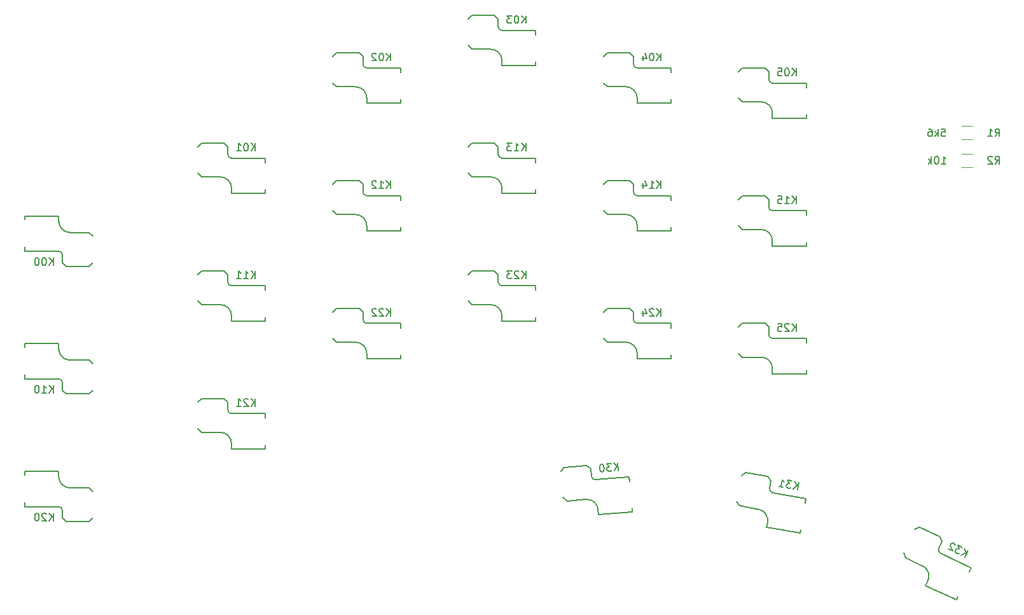
<source format=gbo>
%TF.GenerationSoftware,KiCad,Pcbnew,8.0.8*%
%TF.CreationDate,2025-05-22T15:24:10+02:00*%
%TF.ProjectId,keyboard_pcb,6b657962-6f61-4726-945f-7063622e6b69,rev1.0*%
%TF.SameCoordinates,Original*%
%TF.FileFunction,Legend,Bot*%
%TF.FilePolarity,Positive*%
%FSLAX46Y46*%
G04 Gerber Fmt 4.6, Leading zero omitted, Abs format (unit mm)*
G04 Created by KiCad (PCBNEW 8.0.8) date 2025-05-22 15:24:10*
%MOMM*%
%LPD*%
G01*
G04 APERTURE LIST*
%ADD10C,0.150000*%
%ADD11C,0.120000*%
G04 APERTURE END LIST*
D10*
X169659285Y-86834819D02*
X169659285Y-85834819D01*
X169087857Y-86834819D02*
X169516428Y-86263390D01*
X169087857Y-85834819D02*
X169659285Y-86406247D01*
X168706904Y-85930057D02*
X168659285Y-85882438D01*
X168659285Y-85882438D02*
X168564047Y-85834819D01*
X168564047Y-85834819D02*
X168325952Y-85834819D01*
X168325952Y-85834819D02*
X168230714Y-85882438D01*
X168230714Y-85882438D02*
X168183095Y-85930057D01*
X168183095Y-85930057D02*
X168135476Y-86025295D01*
X168135476Y-86025295D02*
X168135476Y-86120533D01*
X168135476Y-86120533D02*
X168183095Y-86263390D01*
X168183095Y-86263390D02*
X168754523Y-86834819D01*
X168754523Y-86834819D02*
X168135476Y-86834819D01*
X167230714Y-85834819D02*
X167706904Y-85834819D01*
X167706904Y-85834819D02*
X167754523Y-86311009D01*
X167754523Y-86311009D02*
X167706904Y-86263390D01*
X167706904Y-86263390D02*
X167611666Y-86215771D01*
X167611666Y-86215771D02*
X167373571Y-86215771D01*
X167373571Y-86215771D02*
X167278333Y-86263390D01*
X167278333Y-86263390D02*
X167230714Y-86311009D01*
X167230714Y-86311009D02*
X167183095Y-86406247D01*
X167183095Y-86406247D02*
X167183095Y-86644342D01*
X167183095Y-86644342D02*
X167230714Y-86739580D01*
X167230714Y-86739580D02*
X167278333Y-86787200D01*
X167278333Y-86787200D02*
X167373571Y-86834819D01*
X167373571Y-86834819D02*
X167611666Y-86834819D01*
X167611666Y-86834819D02*
X167706904Y-86787200D01*
X167706904Y-86787200D02*
X167754523Y-86739580D01*
X151659285Y-84834819D02*
X151659285Y-83834819D01*
X151087857Y-84834819D02*
X151516428Y-84263390D01*
X151087857Y-83834819D02*
X151659285Y-84406247D01*
X150706904Y-83930057D02*
X150659285Y-83882438D01*
X150659285Y-83882438D02*
X150564047Y-83834819D01*
X150564047Y-83834819D02*
X150325952Y-83834819D01*
X150325952Y-83834819D02*
X150230714Y-83882438D01*
X150230714Y-83882438D02*
X150183095Y-83930057D01*
X150183095Y-83930057D02*
X150135476Y-84025295D01*
X150135476Y-84025295D02*
X150135476Y-84120533D01*
X150135476Y-84120533D02*
X150183095Y-84263390D01*
X150183095Y-84263390D02*
X150754523Y-84834819D01*
X150754523Y-84834819D02*
X150135476Y-84834819D01*
X149278333Y-84168152D02*
X149278333Y-84834819D01*
X149516428Y-83787200D02*
X149754523Y-84501485D01*
X149754523Y-84501485D02*
X149135476Y-84501485D01*
X97659285Y-96834819D02*
X97659285Y-95834819D01*
X97087857Y-96834819D02*
X97516428Y-96263390D01*
X97087857Y-95834819D02*
X97659285Y-96406247D01*
X96706904Y-95930057D02*
X96659285Y-95882438D01*
X96659285Y-95882438D02*
X96564047Y-95834819D01*
X96564047Y-95834819D02*
X96325952Y-95834819D01*
X96325952Y-95834819D02*
X96230714Y-95882438D01*
X96230714Y-95882438D02*
X96183095Y-95930057D01*
X96183095Y-95930057D02*
X96135476Y-96025295D01*
X96135476Y-96025295D02*
X96135476Y-96120533D01*
X96135476Y-96120533D02*
X96183095Y-96263390D01*
X96183095Y-96263390D02*
X96754523Y-96834819D01*
X96754523Y-96834819D02*
X96135476Y-96834819D01*
X95183095Y-96834819D02*
X95754523Y-96834819D01*
X95468809Y-96834819D02*
X95468809Y-95834819D01*
X95468809Y-95834819D02*
X95564047Y-95977676D01*
X95564047Y-95977676D02*
X95659285Y-96072914D01*
X95659285Y-96072914D02*
X95754523Y-96120533D01*
X115659285Y-50834819D02*
X115659285Y-49834819D01*
X115087857Y-50834819D02*
X115516428Y-50263390D01*
X115087857Y-49834819D02*
X115659285Y-50406247D01*
X114468809Y-49834819D02*
X114373571Y-49834819D01*
X114373571Y-49834819D02*
X114278333Y-49882438D01*
X114278333Y-49882438D02*
X114230714Y-49930057D01*
X114230714Y-49930057D02*
X114183095Y-50025295D01*
X114183095Y-50025295D02*
X114135476Y-50215771D01*
X114135476Y-50215771D02*
X114135476Y-50453866D01*
X114135476Y-50453866D02*
X114183095Y-50644342D01*
X114183095Y-50644342D02*
X114230714Y-50739580D01*
X114230714Y-50739580D02*
X114278333Y-50787200D01*
X114278333Y-50787200D02*
X114373571Y-50834819D01*
X114373571Y-50834819D02*
X114468809Y-50834819D01*
X114468809Y-50834819D02*
X114564047Y-50787200D01*
X114564047Y-50787200D02*
X114611666Y-50739580D01*
X114611666Y-50739580D02*
X114659285Y-50644342D01*
X114659285Y-50644342D02*
X114706904Y-50453866D01*
X114706904Y-50453866D02*
X114706904Y-50215771D01*
X114706904Y-50215771D02*
X114659285Y-50025295D01*
X114659285Y-50025295D02*
X114611666Y-49930057D01*
X114611666Y-49930057D02*
X114564047Y-49882438D01*
X114564047Y-49882438D02*
X114468809Y-49834819D01*
X113754523Y-49930057D02*
X113706904Y-49882438D01*
X113706904Y-49882438D02*
X113611666Y-49834819D01*
X113611666Y-49834819D02*
X113373571Y-49834819D01*
X113373571Y-49834819D02*
X113278333Y-49882438D01*
X113278333Y-49882438D02*
X113230714Y-49930057D01*
X113230714Y-49930057D02*
X113183095Y-50025295D01*
X113183095Y-50025295D02*
X113183095Y-50120533D01*
X113183095Y-50120533D02*
X113230714Y-50263390D01*
X113230714Y-50263390D02*
X113802142Y-50834819D01*
X113802142Y-50834819D02*
X113183095Y-50834819D01*
X70769285Y-95074819D02*
X70769285Y-94074819D01*
X70197857Y-95074819D02*
X70626428Y-94503390D01*
X70197857Y-94074819D02*
X70769285Y-94646247D01*
X69245476Y-95074819D02*
X69816904Y-95074819D01*
X69531190Y-95074819D02*
X69531190Y-94074819D01*
X69531190Y-94074819D02*
X69626428Y-94217676D01*
X69626428Y-94217676D02*
X69721666Y-94312914D01*
X69721666Y-94312914D02*
X69816904Y-94360533D01*
X68626428Y-94074819D02*
X68531190Y-94074819D01*
X68531190Y-94074819D02*
X68435952Y-94122438D01*
X68435952Y-94122438D02*
X68388333Y-94170057D01*
X68388333Y-94170057D02*
X68340714Y-94265295D01*
X68340714Y-94265295D02*
X68293095Y-94455771D01*
X68293095Y-94455771D02*
X68293095Y-94693866D01*
X68293095Y-94693866D02*
X68340714Y-94884342D01*
X68340714Y-94884342D02*
X68388333Y-94979580D01*
X68388333Y-94979580D02*
X68435952Y-95027200D01*
X68435952Y-95027200D02*
X68531190Y-95074819D01*
X68531190Y-95074819D02*
X68626428Y-95074819D01*
X68626428Y-95074819D02*
X68721666Y-95027200D01*
X68721666Y-95027200D02*
X68769285Y-94979580D01*
X68769285Y-94979580D02*
X68816904Y-94884342D01*
X68816904Y-94884342D02*
X68864523Y-94693866D01*
X68864523Y-94693866D02*
X68864523Y-94455771D01*
X68864523Y-94455771D02*
X68816904Y-94265295D01*
X68816904Y-94265295D02*
X68769285Y-94170057D01*
X68769285Y-94170057D02*
X68721666Y-94122438D01*
X68721666Y-94122438D02*
X68626428Y-94074819D01*
X151659285Y-50834819D02*
X151659285Y-49834819D01*
X151087857Y-50834819D02*
X151516428Y-50263390D01*
X151087857Y-49834819D02*
X151659285Y-50406247D01*
X150468809Y-49834819D02*
X150373571Y-49834819D01*
X150373571Y-49834819D02*
X150278333Y-49882438D01*
X150278333Y-49882438D02*
X150230714Y-49930057D01*
X150230714Y-49930057D02*
X150183095Y-50025295D01*
X150183095Y-50025295D02*
X150135476Y-50215771D01*
X150135476Y-50215771D02*
X150135476Y-50453866D01*
X150135476Y-50453866D02*
X150183095Y-50644342D01*
X150183095Y-50644342D02*
X150230714Y-50739580D01*
X150230714Y-50739580D02*
X150278333Y-50787200D01*
X150278333Y-50787200D02*
X150373571Y-50834819D01*
X150373571Y-50834819D02*
X150468809Y-50834819D01*
X150468809Y-50834819D02*
X150564047Y-50787200D01*
X150564047Y-50787200D02*
X150611666Y-50739580D01*
X150611666Y-50739580D02*
X150659285Y-50644342D01*
X150659285Y-50644342D02*
X150706904Y-50453866D01*
X150706904Y-50453866D02*
X150706904Y-50215771D01*
X150706904Y-50215771D02*
X150659285Y-50025295D01*
X150659285Y-50025295D02*
X150611666Y-49930057D01*
X150611666Y-49930057D02*
X150564047Y-49882438D01*
X150564047Y-49882438D02*
X150468809Y-49834819D01*
X149278333Y-50168152D02*
X149278333Y-50834819D01*
X149516428Y-49787200D02*
X149754523Y-50501485D01*
X149754523Y-50501485D02*
X149135476Y-50501485D01*
X115659285Y-67834819D02*
X115659285Y-66834819D01*
X115087857Y-67834819D02*
X115516428Y-67263390D01*
X115087857Y-66834819D02*
X115659285Y-67406247D01*
X114135476Y-67834819D02*
X114706904Y-67834819D01*
X114421190Y-67834819D02*
X114421190Y-66834819D01*
X114421190Y-66834819D02*
X114516428Y-66977676D01*
X114516428Y-66977676D02*
X114611666Y-67072914D01*
X114611666Y-67072914D02*
X114706904Y-67120533D01*
X113754523Y-66930057D02*
X113706904Y-66882438D01*
X113706904Y-66882438D02*
X113611666Y-66834819D01*
X113611666Y-66834819D02*
X113373571Y-66834819D01*
X113373571Y-66834819D02*
X113278333Y-66882438D01*
X113278333Y-66882438D02*
X113230714Y-66930057D01*
X113230714Y-66930057D02*
X113183095Y-67025295D01*
X113183095Y-67025295D02*
X113183095Y-67120533D01*
X113183095Y-67120533D02*
X113230714Y-67263390D01*
X113230714Y-67263390D02*
X113802142Y-67834819D01*
X113802142Y-67834819D02*
X113183095Y-67834819D01*
X146013264Y-105368845D02*
X145926108Y-104372650D01*
X145444010Y-105418648D02*
X145821147Y-104812042D01*
X145356854Y-104422453D02*
X145975911Y-104941904D01*
X145024789Y-104451505D02*
X144408097Y-104505459D01*
X144408097Y-104505459D02*
X144773364Y-104855910D01*
X144773364Y-104855910D02*
X144631050Y-104868361D01*
X144631050Y-104868361D02*
X144540325Y-104924099D01*
X144540325Y-104924099D02*
X144497037Y-104975687D01*
X144497037Y-104975687D02*
X144457900Y-105074713D01*
X144457900Y-105074713D02*
X144478652Y-105311902D01*
X144478652Y-105311902D02*
X144534390Y-105402628D01*
X144534390Y-105402628D02*
X144585978Y-105445915D01*
X144585978Y-105445915D02*
X144685004Y-105485053D01*
X144685004Y-105485053D02*
X144969631Y-105460151D01*
X144969631Y-105460151D02*
X145060357Y-105404412D01*
X145060357Y-105404412D02*
X145103644Y-105352824D01*
X143791405Y-104559412D02*
X143696529Y-104567713D01*
X143696529Y-104567713D02*
X143605804Y-104623451D01*
X143605804Y-104623451D02*
X143562516Y-104675040D01*
X143562516Y-104675040D02*
X143523379Y-104774065D01*
X143523379Y-104774065D02*
X143492542Y-104967967D01*
X143492542Y-104967967D02*
X143513294Y-105205156D01*
X143513294Y-105205156D02*
X143577333Y-105390757D01*
X143577333Y-105390757D02*
X143633071Y-105481483D01*
X143633071Y-105481483D02*
X143684659Y-105524770D01*
X143684659Y-105524770D02*
X143783685Y-105563908D01*
X143783685Y-105563908D02*
X143878561Y-105555607D01*
X143878561Y-105555607D02*
X143969286Y-105499869D01*
X143969286Y-105499869D02*
X144012574Y-105448281D01*
X144012574Y-105448281D02*
X144051711Y-105349255D01*
X144051711Y-105349255D02*
X144082548Y-105155353D01*
X144082548Y-105155353D02*
X144061796Y-104918164D01*
X144061796Y-104918164D02*
X143997757Y-104732563D01*
X143997757Y-104732563D02*
X143942019Y-104641837D01*
X143942019Y-104641837D02*
X143890431Y-104598550D01*
X143890431Y-104598550D02*
X143791405Y-104559412D01*
X97659285Y-62834819D02*
X97659285Y-61834819D01*
X97087857Y-62834819D02*
X97516428Y-62263390D01*
X97087857Y-61834819D02*
X97659285Y-62406247D01*
X96468809Y-61834819D02*
X96373571Y-61834819D01*
X96373571Y-61834819D02*
X96278333Y-61882438D01*
X96278333Y-61882438D02*
X96230714Y-61930057D01*
X96230714Y-61930057D02*
X96183095Y-62025295D01*
X96183095Y-62025295D02*
X96135476Y-62215771D01*
X96135476Y-62215771D02*
X96135476Y-62453866D01*
X96135476Y-62453866D02*
X96183095Y-62644342D01*
X96183095Y-62644342D02*
X96230714Y-62739580D01*
X96230714Y-62739580D02*
X96278333Y-62787200D01*
X96278333Y-62787200D02*
X96373571Y-62834819D01*
X96373571Y-62834819D02*
X96468809Y-62834819D01*
X96468809Y-62834819D02*
X96564047Y-62787200D01*
X96564047Y-62787200D02*
X96611666Y-62739580D01*
X96611666Y-62739580D02*
X96659285Y-62644342D01*
X96659285Y-62644342D02*
X96706904Y-62453866D01*
X96706904Y-62453866D02*
X96706904Y-62215771D01*
X96706904Y-62215771D02*
X96659285Y-62025295D01*
X96659285Y-62025295D02*
X96611666Y-61930057D01*
X96611666Y-61930057D02*
X96564047Y-61882438D01*
X96564047Y-61882438D02*
X96468809Y-61834819D01*
X95183095Y-62834819D02*
X95754523Y-62834819D01*
X95468809Y-62834819D02*
X95468809Y-61834819D01*
X95468809Y-61834819D02*
X95564047Y-61977676D01*
X95564047Y-61977676D02*
X95659285Y-62072914D01*
X95659285Y-62072914D02*
X95754523Y-62120533D01*
X151659285Y-67834819D02*
X151659285Y-66834819D01*
X151087857Y-67834819D02*
X151516428Y-67263390D01*
X151087857Y-66834819D02*
X151659285Y-67406247D01*
X150135476Y-67834819D02*
X150706904Y-67834819D01*
X150421190Y-67834819D02*
X150421190Y-66834819D01*
X150421190Y-66834819D02*
X150516428Y-66977676D01*
X150516428Y-66977676D02*
X150611666Y-67072914D01*
X150611666Y-67072914D02*
X150706904Y-67120533D01*
X149278333Y-67168152D02*
X149278333Y-67834819D01*
X149516428Y-66787200D02*
X149754523Y-67501485D01*
X149754523Y-67501485D02*
X149135476Y-67501485D01*
X133659285Y-79834819D02*
X133659285Y-78834819D01*
X133087857Y-79834819D02*
X133516428Y-79263390D01*
X133087857Y-78834819D02*
X133659285Y-79406247D01*
X132706904Y-78930057D02*
X132659285Y-78882438D01*
X132659285Y-78882438D02*
X132564047Y-78834819D01*
X132564047Y-78834819D02*
X132325952Y-78834819D01*
X132325952Y-78834819D02*
X132230714Y-78882438D01*
X132230714Y-78882438D02*
X132183095Y-78930057D01*
X132183095Y-78930057D02*
X132135476Y-79025295D01*
X132135476Y-79025295D02*
X132135476Y-79120533D01*
X132135476Y-79120533D02*
X132183095Y-79263390D01*
X132183095Y-79263390D02*
X132754523Y-79834819D01*
X132754523Y-79834819D02*
X132135476Y-79834819D01*
X131802142Y-78834819D02*
X131183095Y-78834819D01*
X131183095Y-78834819D02*
X131516428Y-79215771D01*
X131516428Y-79215771D02*
X131373571Y-79215771D01*
X131373571Y-79215771D02*
X131278333Y-79263390D01*
X131278333Y-79263390D02*
X131230714Y-79311009D01*
X131230714Y-79311009D02*
X131183095Y-79406247D01*
X131183095Y-79406247D02*
X131183095Y-79644342D01*
X131183095Y-79644342D02*
X131230714Y-79739580D01*
X131230714Y-79739580D02*
X131278333Y-79787200D01*
X131278333Y-79787200D02*
X131373571Y-79834819D01*
X131373571Y-79834819D02*
X131659285Y-79834819D01*
X131659285Y-79834819D02*
X131754523Y-79787200D01*
X131754523Y-79787200D02*
X131802142Y-79739580D01*
X133659285Y-45834819D02*
X133659285Y-44834819D01*
X133087857Y-45834819D02*
X133516428Y-45263390D01*
X133087857Y-44834819D02*
X133659285Y-45406247D01*
X132468809Y-44834819D02*
X132373571Y-44834819D01*
X132373571Y-44834819D02*
X132278333Y-44882438D01*
X132278333Y-44882438D02*
X132230714Y-44930057D01*
X132230714Y-44930057D02*
X132183095Y-45025295D01*
X132183095Y-45025295D02*
X132135476Y-45215771D01*
X132135476Y-45215771D02*
X132135476Y-45453866D01*
X132135476Y-45453866D02*
X132183095Y-45644342D01*
X132183095Y-45644342D02*
X132230714Y-45739580D01*
X132230714Y-45739580D02*
X132278333Y-45787200D01*
X132278333Y-45787200D02*
X132373571Y-45834819D01*
X132373571Y-45834819D02*
X132468809Y-45834819D01*
X132468809Y-45834819D02*
X132564047Y-45787200D01*
X132564047Y-45787200D02*
X132611666Y-45739580D01*
X132611666Y-45739580D02*
X132659285Y-45644342D01*
X132659285Y-45644342D02*
X132706904Y-45453866D01*
X132706904Y-45453866D02*
X132706904Y-45215771D01*
X132706904Y-45215771D02*
X132659285Y-45025295D01*
X132659285Y-45025295D02*
X132611666Y-44930057D01*
X132611666Y-44930057D02*
X132564047Y-44882438D01*
X132564047Y-44882438D02*
X132468809Y-44834819D01*
X131802142Y-44834819D02*
X131183095Y-44834819D01*
X131183095Y-44834819D02*
X131516428Y-45215771D01*
X131516428Y-45215771D02*
X131373571Y-45215771D01*
X131373571Y-45215771D02*
X131278333Y-45263390D01*
X131278333Y-45263390D02*
X131230714Y-45311009D01*
X131230714Y-45311009D02*
X131183095Y-45406247D01*
X131183095Y-45406247D02*
X131183095Y-45644342D01*
X131183095Y-45644342D02*
X131230714Y-45739580D01*
X131230714Y-45739580D02*
X131278333Y-45787200D01*
X131278333Y-45787200D02*
X131373571Y-45834819D01*
X131373571Y-45834819D02*
X131659285Y-45834819D01*
X131659285Y-45834819D02*
X131754523Y-45787200D01*
X131754523Y-45787200D02*
X131802142Y-45739580D01*
X115659285Y-84834819D02*
X115659285Y-83834819D01*
X115087857Y-84834819D02*
X115516428Y-84263390D01*
X115087857Y-83834819D02*
X115659285Y-84406247D01*
X114706904Y-83930057D02*
X114659285Y-83882438D01*
X114659285Y-83882438D02*
X114564047Y-83834819D01*
X114564047Y-83834819D02*
X114325952Y-83834819D01*
X114325952Y-83834819D02*
X114230714Y-83882438D01*
X114230714Y-83882438D02*
X114183095Y-83930057D01*
X114183095Y-83930057D02*
X114135476Y-84025295D01*
X114135476Y-84025295D02*
X114135476Y-84120533D01*
X114135476Y-84120533D02*
X114183095Y-84263390D01*
X114183095Y-84263390D02*
X114754523Y-84834819D01*
X114754523Y-84834819D02*
X114135476Y-84834819D01*
X113754523Y-83930057D02*
X113706904Y-83882438D01*
X113706904Y-83882438D02*
X113611666Y-83834819D01*
X113611666Y-83834819D02*
X113373571Y-83834819D01*
X113373571Y-83834819D02*
X113278333Y-83882438D01*
X113278333Y-83882438D02*
X113230714Y-83930057D01*
X113230714Y-83930057D02*
X113183095Y-84025295D01*
X113183095Y-84025295D02*
X113183095Y-84120533D01*
X113183095Y-84120533D02*
X113230714Y-84263390D01*
X113230714Y-84263390D02*
X113802142Y-84834819D01*
X113802142Y-84834819D02*
X113183095Y-84834819D01*
X169659285Y-69834819D02*
X169659285Y-68834819D01*
X169087857Y-69834819D02*
X169516428Y-69263390D01*
X169087857Y-68834819D02*
X169659285Y-69406247D01*
X168135476Y-69834819D02*
X168706904Y-69834819D01*
X168421190Y-69834819D02*
X168421190Y-68834819D01*
X168421190Y-68834819D02*
X168516428Y-68977676D01*
X168516428Y-68977676D02*
X168611666Y-69072914D01*
X168611666Y-69072914D02*
X168706904Y-69120533D01*
X167230714Y-68834819D02*
X167706904Y-68834819D01*
X167706904Y-68834819D02*
X167754523Y-69311009D01*
X167754523Y-69311009D02*
X167706904Y-69263390D01*
X167706904Y-69263390D02*
X167611666Y-69215771D01*
X167611666Y-69215771D02*
X167373571Y-69215771D01*
X167373571Y-69215771D02*
X167278333Y-69263390D01*
X167278333Y-69263390D02*
X167230714Y-69311009D01*
X167230714Y-69311009D02*
X167183095Y-69406247D01*
X167183095Y-69406247D02*
X167183095Y-69644342D01*
X167183095Y-69644342D02*
X167230714Y-69739580D01*
X167230714Y-69739580D02*
X167278333Y-69787200D01*
X167278333Y-69787200D02*
X167373571Y-69834819D01*
X167373571Y-69834819D02*
X167611666Y-69834819D01*
X167611666Y-69834819D02*
X167706904Y-69787200D01*
X167706904Y-69787200D02*
X167754523Y-69739580D01*
X192157190Y-116897858D02*
X192579809Y-115991550D01*
X191639300Y-116656362D02*
X192269214Y-116319594D01*
X192061918Y-115750054D02*
X192338312Y-116509440D01*
X191759816Y-115609181D02*
X191198768Y-115347560D01*
X191198768Y-115347560D02*
X191339873Y-115833693D01*
X191339873Y-115833693D02*
X191210401Y-115773319D01*
X191210401Y-115773319D02*
X191103961Y-115776227D01*
X191103961Y-115776227D02*
X191040679Y-115799260D01*
X191040679Y-115799260D02*
X190957272Y-115865451D01*
X190957272Y-115865451D02*
X190856649Y-116081238D01*
X190856649Y-116081238D02*
X190859557Y-116187678D01*
X190859557Y-116187678D02*
X190882590Y-116250960D01*
X190882590Y-116250960D02*
X190948780Y-116334367D01*
X190948780Y-116334367D02*
X191207725Y-116455115D01*
X191207725Y-116455115D02*
X191314165Y-116452207D01*
X191314165Y-116452207D02*
X191377447Y-116429174D01*
X190813259Y-115272878D02*
X190790226Y-115209596D01*
X190790226Y-115209596D02*
X190724035Y-115126189D01*
X190724035Y-115126189D02*
X190508248Y-115025565D01*
X190508248Y-115025565D02*
X190401808Y-115028474D01*
X190401808Y-115028474D02*
X190338526Y-115051506D01*
X190338526Y-115051506D02*
X190255119Y-115117697D01*
X190255119Y-115117697D02*
X190214870Y-115204012D01*
X190214870Y-115204012D02*
X190197653Y-115353609D01*
X190197653Y-115353609D02*
X190474047Y-116112995D01*
X190474047Y-116112995D02*
X189913000Y-115851375D01*
X97659285Y-79834819D02*
X97659285Y-78834819D01*
X97087857Y-79834819D02*
X97516428Y-79263390D01*
X97087857Y-78834819D02*
X97659285Y-79406247D01*
X96135476Y-79834819D02*
X96706904Y-79834819D01*
X96421190Y-79834819D02*
X96421190Y-78834819D01*
X96421190Y-78834819D02*
X96516428Y-78977676D01*
X96516428Y-78977676D02*
X96611666Y-79072914D01*
X96611666Y-79072914D02*
X96706904Y-79120533D01*
X95183095Y-79834819D02*
X95754523Y-79834819D01*
X95468809Y-79834819D02*
X95468809Y-78834819D01*
X95468809Y-78834819D02*
X95564047Y-78977676D01*
X95564047Y-78977676D02*
X95659285Y-79072914D01*
X95659285Y-79072914D02*
X95754523Y-79120533D01*
X169659285Y-52834819D02*
X169659285Y-51834819D01*
X169087857Y-52834819D02*
X169516428Y-52263390D01*
X169087857Y-51834819D02*
X169659285Y-52406247D01*
X168468809Y-51834819D02*
X168373571Y-51834819D01*
X168373571Y-51834819D02*
X168278333Y-51882438D01*
X168278333Y-51882438D02*
X168230714Y-51930057D01*
X168230714Y-51930057D02*
X168183095Y-52025295D01*
X168183095Y-52025295D02*
X168135476Y-52215771D01*
X168135476Y-52215771D02*
X168135476Y-52453866D01*
X168135476Y-52453866D02*
X168183095Y-52644342D01*
X168183095Y-52644342D02*
X168230714Y-52739580D01*
X168230714Y-52739580D02*
X168278333Y-52787200D01*
X168278333Y-52787200D02*
X168373571Y-52834819D01*
X168373571Y-52834819D02*
X168468809Y-52834819D01*
X168468809Y-52834819D02*
X168564047Y-52787200D01*
X168564047Y-52787200D02*
X168611666Y-52739580D01*
X168611666Y-52739580D02*
X168659285Y-52644342D01*
X168659285Y-52644342D02*
X168706904Y-52453866D01*
X168706904Y-52453866D02*
X168706904Y-52215771D01*
X168706904Y-52215771D02*
X168659285Y-52025295D01*
X168659285Y-52025295D02*
X168611666Y-51930057D01*
X168611666Y-51930057D02*
X168564047Y-51882438D01*
X168564047Y-51882438D02*
X168468809Y-51834819D01*
X167230714Y-51834819D02*
X167706904Y-51834819D01*
X167706904Y-51834819D02*
X167754523Y-52311009D01*
X167754523Y-52311009D02*
X167706904Y-52263390D01*
X167706904Y-52263390D02*
X167611666Y-52215771D01*
X167611666Y-52215771D02*
X167373571Y-52215771D01*
X167373571Y-52215771D02*
X167278333Y-52263390D01*
X167278333Y-52263390D02*
X167230714Y-52311009D01*
X167230714Y-52311009D02*
X167183095Y-52406247D01*
X167183095Y-52406247D02*
X167183095Y-52644342D01*
X167183095Y-52644342D02*
X167230714Y-52739580D01*
X167230714Y-52739580D02*
X167278333Y-52787200D01*
X167278333Y-52787200D02*
X167373571Y-52834819D01*
X167373571Y-52834819D02*
X167611666Y-52834819D01*
X167611666Y-52834819D02*
X167706904Y-52787200D01*
X167706904Y-52787200D02*
X167754523Y-52739580D01*
X70769285Y-112074819D02*
X70769285Y-111074819D01*
X70197857Y-112074819D02*
X70626428Y-111503390D01*
X70197857Y-111074819D02*
X70769285Y-111646247D01*
X69816904Y-111170057D02*
X69769285Y-111122438D01*
X69769285Y-111122438D02*
X69674047Y-111074819D01*
X69674047Y-111074819D02*
X69435952Y-111074819D01*
X69435952Y-111074819D02*
X69340714Y-111122438D01*
X69340714Y-111122438D02*
X69293095Y-111170057D01*
X69293095Y-111170057D02*
X69245476Y-111265295D01*
X69245476Y-111265295D02*
X69245476Y-111360533D01*
X69245476Y-111360533D02*
X69293095Y-111503390D01*
X69293095Y-111503390D02*
X69864523Y-112074819D01*
X69864523Y-112074819D02*
X69245476Y-112074819D01*
X68626428Y-111074819D02*
X68531190Y-111074819D01*
X68531190Y-111074819D02*
X68435952Y-111122438D01*
X68435952Y-111122438D02*
X68388333Y-111170057D01*
X68388333Y-111170057D02*
X68340714Y-111265295D01*
X68340714Y-111265295D02*
X68293095Y-111455771D01*
X68293095Y-111455771D02*
X68293095Y-111693866D01*
X68293095Y-111693866D02*
X68340714Y-111884342D01*
X68340714Y-111884342D02*
X68388333Y-111979580D01*
X68388333Y-111979580D02*
X68435952Y-112027200D01*
X68435952Y-112027200D02*
X68531190Y-112074819D01*
X68531190Y-112074819D02*
X68626428Y-112074819D01*
X68626428Y-112074819D02*
X68721666Y-112027200D01*
X68721666Y-112027200D02*
X68769285Y-111979580D01*
X68769285Y-111979580D02*
X68816904Y-111884342D01*
X68816904Y-111884342D02*
X68864523Y-111693866D01*
X68864523Y-111693866D02*
X68864523Y-111455771D01*
X68864523Y-111455771D02*
X68816904Y-111265295D01*
X68816904Y-111265295D02*
X68769285Y-111170057D01*
X68769285Y-111170057D02*
X68721666Y-111122438D01*
X68721666Y-111122438D02*
X68626428Y-111074819D01*
X133659285Y-62834819D02*
X133659285Y-61834819D01*
X133087857Y-62834819D02*
X133516428Y-62263390D01*
X133087857Y-61834819D02*
X133659285Y-62406247D01*
X132135476Y-62834819D02*
X132706904Y-62834819D01*
X132421190Y-62834819D02*
X132421190Y-61834819D01*
X132421190Y-61834819D02*
X132516428Y-61977676D01*
X132516428Y-61977676D02*
X132611666Y-62072914D01*
X132611666Y-62072914D02*
X132706904Y-62120533D01*
X131802142Y-61834819D02*
X131183095Y-61834819D01*
X131183095Y-61834819D02*
X131516428Y-62215771D01*
X131516428Y-62215771D02*
X131373571Y-62215771D01*
X131373571Y-62215771D02*
X131278333Y-62263390D01*
X131278333Y-62263390D02*
X131230714Y-62311009D01*
X131230714Y-62311009D02*
X131183095Y-62406247D01*
X131183095Y-62406247D02*
X131183095Y-62644342D01*
X131183095Y-62644342D02*
X131230714Y-62739580D01*
X131230714Y-62739580D02*
X131278333Y-62787200D01*
X131278333Y-62787200D02*
X131373571Y-62834819D01*
X131373571Y-62834819D02*
X131659285Y-62834819D01*
X131659285Y-62834819D02*
X131754523Y-62787200D01*
X131754523Y-62787200D02*
X131802142Y-62739580D01*
X70769285Y-78074819D02*
X70769285Y-77074819D01*
X70197857Y-78074819D02*
X70626428Y-77503390D01*
X70197857Y-77074819D02*
X70769285Y-77646247D01*
X69578809Y-77074819D02*
X69483571Y-77074819D01*
X69483571Y-77074819D02*
X69388333Y-77122438D01*
X69388333Y-77122438D02*
X69340714Y-77170057D01*
X69340714Y-77170057D02*
X69293095Y-77265295D01*
X69293095Y-77265295D02*
X69245476Y-77455771D01*
X69245476Y-77455771D02*
X69245476Y-77693866D01*
X69245476Y-77693866D02*
X69293095Y-77884342D01*
X69293095Y-77884342D02*
X69340714Y-77979580D01*
X69340714Y-77979580D02*
X69388333Y-78027200D01*
X69388333Y-78027200D02*
X69483571Y-78074819D01*
X69483571Y-78074819D02*
X69578809Y-78074819D01*
X69578809Y-78074819D02*
X69674047Y-78027200D01*
X69674047Y-78027200D02*
X69721666Y-77979580D01*
X69721666Y-77979580D02*
X69769285Y-77884342D01*
X69769285Y-77884342D02*
X69816904Y-77693866D01*
X69816904Y-77693866D02*
X69816904Y-77455771D01*
X69816904Y-77455771D02*
X69769285Y-77265295D01*
X69769285Y-77265295D02*
X69721666Y-77170057D01*
X69721666Y-77170057D02*
X69674047Y-77122438D01*
X69674047Y-77122438D02*
X69578809Y-77074819D01*
X68626428Y-77074819D02*
X68531190Y-77074819D01*
X68531190Y-77074819D02*
X68435952Y-77122438D01*
X68435952Y-77122438D02*
X68388333Y-77170057D01*
X68388333Y-77170057D02*
X68340714Y-77265295D01*
X68340714Y-77265295D02*
X68293095Y-77455771D01*
X68293095Y-77455771D02*
X68293095Y-77693866D01*
X68293095Y-77693866D02*
X68340714Y-77884342D01*
X68340714Y-77884342D02*
X68388333Y-77979580D01*
X68388333Y-77979580D02*
X68435952Y-78027200D01*
X68435952Y-78027200D02*
X68531190Y-78074819D01*
X68531190Y-78074819D02*
X68626428Y-78074819D01*
X68626428Y-78074819D02*
X68721666Y-78027200D01*
X68721666Y-78027200D02*
X68769285Y-77979580D01*
X68769285Y-77979580D02*
X68816904Y-77884342D01*
X68816904Y-77884342D02*
X68864523Y-77693866D01*
X68864523Y-77693866D02*
X68864523Y-77455771D01*
X68864523Y-77455771D02*
X68816904Y-77265295D01*
X68816904Y-77265295D02*
X68769285Y-77170057D01*
X68769285Y-77170057D02*
X68721666Y-77122438D01*
X68721666Y-77122438D02*
X68626428Y-77074819D01*
X169817529Y-107926398D02*
X169991177Y-106941591D01*
X169254782Y-107827171D02*
X169776070Y-107338844D01*
X169428430Y-106842363D02*
X169891950Y-107504338D01*
X169100161Y-106784480D02*
X168490518Y-106676984D01*
X168490518Y-106676984D02*
X168752635Y-107110031D01*
X168752635Y-107110031D02*
X168611949Y-107085225D01*
X168611949Y-107085225D02*
X168509888Y-107115582D01*
X168509888Y-107115582D02*
X168454724Y-107154209D01*
X168454724Y-107154209D02*
X168391290Y-107239731D01*
X168391290Y-107239731D02*
X168349945Y-107474209D01*
X168349945Y-107474209D02*
X168380303Y-107576269D01*
X168380303Y-107576269D02*
X168418930Y-107631434D01*
X168418930Y-107631434D02*
X168504452Y-107694867D01*
X168504452Y-107694867D02*
X168785826Y-107744481D01*
X168785826Y-107744481D02*
X168887886Y-107714124D01*
X168887886Y-107714124D02*
X168943050Y-107675497D01*
X167378957Y-107496412D02*
X167941705Y-107595640D01*
X167660331Y-107546026D02*
X167833979Y-106561218D01*
X167833979Y-106561218D02*
X167902964Y-106718443D01*
X167902964Y-106718443D02*
X167980217Y-106828772D01*
X167980217Y-106828772D02*
X168065739Y-106892206D01*
X196153066Y-64564419D02*
X196486399Y-64088228D01*
X196724494Y-64564419D02*
X196724494Y-63564419D01*
X196724494Y-63564419D02*
X196343542Y-63564419D01*
X196343542Y-63564419D02*
X196248304Y-63612038D01*
X196248304Y-63612038D02*
X196200685Y-63659657D01*
X196200685Y-63659657D02*
X196153066Y-63754895D01*
X196153066Y-63754895D02*
X196153066Y-63897752D01*
X196153066Y-63897752D02*
X196200685Y-63992990D01*
X196200685Y-63992990D02*
X196248304Y-64040609D01*
X196248304Y-64040609D02*
X196343542Y-64088228D01*
X196343542Y-64088228D02*
X196724494Y-64088228D01*
X195772113Y-63659657D02*
X195724494Y-63612038D01*
X195724494Y-63612038D02*
X195629256Y-63564419D01*
X195629256Y-63564419D02*
X195391161Y-63564419D01*
X195391161Y-63564419D02*
X195295923Y-63612038D01*
X195295923Y-63612038D02*
X195248304Y-63659657D01*
X195248304Y-63659657D02*
X195200685Y-63754895D01*
X195200685Y-63754895D02*
X195200685Y-63850133D01*
X195200685Y-63850133D02*
X195248304Y-63992990D01*
X195248304Y-63992990D02*
X195819732Y-64564419D01*
X195819732Y-64564419D02*
X195200685Y-64564419D01*
X189012438Y-64564419D02*
X189583866Y-64564419D01*
X189298152Y-64564419D02*
X189298152Y-63564419D01*
X189298152Y-63564419D02*
X189393390Y-63707276D01*
X189393390Y-63707276D02*
X189488628Y-63802514D01*
X189488628Y-63802514D02*
X189583866Y-63850133D01*
X188393390Y-63564419D02*
X188298152Y-63564419D01*
X188298152Y-63564419D02*
X188202914Y-63612038D01*
X188202914Y-63612038D02*
X188155295Y-63659657D01*
X188155295Y-63659657D02*
X188107676Y-63754895D01*
X188107676Y-63754895D02*
X188060057Y-63945371D01*
X188060057Y-63945371D02*
X188060057Y-64183466D01*
X188060057Y-64183466D02*
X188107676Y-64373942D01*
X188107676Y-64373942D02*
X188155295Y-64469180D01*
X188155295Y-64469180D02*
X188202914Y-64516800D01*
X188202914Y-64516800D02*
X188298152Y-64564419D01*
X188298152Y-64564419D02*
X188393390Y-64564419D01*
X188393390Y-64564419D02*
X188488628Y-64516800D01*
X188488628Y-64516800D02*
X188536247Y-64469180D01*
X188536247Y-64469180D02*
X188583866Y-64373942D01*
X188583866Y-64373942D02*
X188631485Y-64183466D01*
X188631485Y-64183466D02*
X188631485Y-63945371D01*
X188631485Y-63945371D02*
X188583866Y-63754895D01*
X188583866Y-63754895D02*
X188536247Y-63659657D01*
X188536247Y-63659657D02*
X188488628Y-63612038D01*
X188488628Y-63612038D02*
X188393390Y-63564419D01*
X187631485Y-64564419D02*
X187631485Y-63564419D01*
X187536247Y-64183466D02*
X187250533Y-64564419D01*
X187250533Y-63897752D02*
X187631485Y-64278704D01*
X196153066Y-60906819D02*
X196486399Y-60430628D01*
X196724494Y-60906819D02*
X196724494Y-59906819D01*
X196724494Y-59906819D02*
X196343542Y-59906819D01*
X196343542Y-59906819D02*
X196248304Y-59954438D01*
X196248304Y-59954438D02*
X196200685Y-60002057D01*
X196200685Y-60002057D02*
X196153066Y-60097295D01*
X196153066Y-60097295D02*
X196153066Y-60240152D01*
X196153066Y-60240152D02*
X196200685Y-60335390D01*
X196200685Y-60335390D02*
X196248304Y-60383009D01*
X196248304Y-60383009D02*
X196343542Y-60430628D01*
X196343542Y-60430628D02*
X196724494Y-60430628D01*
X195200685Y-60906819D02*
X195772113Y-60906819D01*
X195486399Y-60906819D02*
X195486399Y-59906819D01*
X195486399Y-59906819D02*
X195581637Y-60049676D01*
X195581637Y-60049676D02*
X195676875Y-60144914D01*
X195676875Y-60144914D02*
X195772113Y-60192533D01*
X189009257Y-59906819D02*
X189485447Y-59906819D01*
X189485447Y-59906819D02*
X189533066Y-60383009D01*
X189533066Y-60383009D02*
X189485447Y-60335390D01*
X189485447Y-60335390D02*
X189390209Y-60287771D01*
X189390209Y-60287771D02*
X189152114Y-60287771D01*
X189152114Y-60287771D02*
X189056876Y-60335390D01*
X189056876Y-60335390D02*
X189009257Y-60383009D01*
X189009257Y-60383009D02*
X188961638Y-60478247D01*
X188961638Y-60478247D02*
X188961638Y-60716342D01*
X188961638Y-60716342D02*
X189009257Y-60811580D01*
X189009257Y-60811580D02*
X189056876Y-60859200D01*
X189056876Y-60859200D02*
X189152114Y-60906819D01*
X189152114Y-60906819D02*
X189390209Y-60906819D01*
X189390209Y-60906819D02*
X189485447Y-60859200D01*
X189485447Y-60859200D02*
X189533066Y-60811580D01*
X188533066Y-60906819D02*
X188533066Y-59906819D01*
X188437828Y-60525866D02*
X188152114Y-60906819D01*
X188152114Y-60240152D02*
X188533066Y-60621104D01*
X187294971Y-59906819D02*
X187485447Y-59906819D01*
X187485447Y-59906819D02*
X187580685Y-59954438D01*
X187580685Y-59954438D02*
X187628304Y-60002057D01*
X187628304Y-60002057D02*
X187723542Y-60144914D01*
X187723542Y-60144914D02*
X187771161Y-60335390D01*
X187771161Y-60335390D02*
X187771161Y-60716342D01*
X187771161Y-60716342D02*
X187723542Y-60811580D01*
X187723542Y-60811580D02*
X187675923Y-60859200D01*
X187675923Y-60859200D02*
X187580685Y-60906819D01*
X187580685Y-60906819D02*
X187390209Y-60906819D01*
X187390209Y-60906819D02*
X187294971Y-60859200D01*
X187294971Y-60859200D02*
X187247352Y-60811580D01*
X187247352Y-60811580D02*
X187199733Y-60716342D01*
X187199733Y-60716342D02*
X187199733Y-60478247D01*
X187199733Y-60478247D02*
X187247352Y-60383009D01*
X187247352Y-60383009D02*
X187294971Y-60335390D01*
X187294971Y-60335390D02*
X187390209Y-60287771D01*
X187390209Y-60287771D02*
X187580685Y-60287771D01*
X187580685Y-60287771D02*
X187675923Y-60335390D01*
X187675923Y-60335390D02*
X187723542Y-60383009D01*
X187723542Y-60383009D02*
X187771161Y-60478247D01*
%TO.C,K25*%
X162000000Y-86300000D02*
X162500000Y-85800000D01*
X162000000Y-89800000D02*
X162500000Y-90300000D01*
X162500000Y-85800000D02*
X165500000Y-85800000D01*
X162500000Y-90300000D02*
X165000000Y-90300000D01*
X165500000Y-85800000D02*
X166000000Y-86300000D01*
X166000000Y-87300000D02*
X166000000Y-86300000D01*
X166500000Y-91800000D02*
X166500000Y-92500000D01*
X166500000Y-92500000D02*
X171000000Y-92500000D01*
X171000000Y-87800000D02*
X166500000Y-87800000D01*
X171000000Y-88400000D02*
X171000000Y-87800000D01*
X171000000Y-92500000D02*
X171000000Y-92000000D01*
X165000000Y-90300000D02*
G75*
G02*
X166500000Y-91800000I0J-1500000D01*
G01*
X166500000Y-87800000D02*
G75*
G02*
X166000000Y-87300000I0J500000D01*
G01*
%TO.C,K24*%
X144000000Y-84300000D02*
X144500000Y-83800000D01*
X144000000Y-87800000D02*
X144500000Y-88300000D01*
X144500000Y-83800000D02*
X147500000Y-83800000D01*
X144500000Y-88300000D02*
X147000000Y-88300000D01*
X147500000Y-83800000D02*
X148000000Y-84300000D01*
X148000000Y-85300000D02*
X148000000Y-84300000D01*
X148500000Y-89800000D02*
X148500000Y-90500000D01*
X148500000Y-90500000D02*
X153000000Y-90500000D01*
X153000000Y-85800000D02*
X148500000Y-85800000D01*
X153000000Y-86400000D02*
X153000000Y-85800000D01*
X153000000Y-90500000D02*
X153000000Y-90000000D01*
X147000000Y-88300000D02*
G75*
G02*
X148500000Y-89800000I0J-1500000D01*
G01*
X148500000Y-85800000D02*
G75*
G02*
X148000000Y-85300000I0J500000D01*
G01*
%TO.C,K21*%
X90000000Y-96300000D02*
X90500000Y-95800000D01*
X90000000Y-99800000D02*
X90500000Y-100300000D01*
X90500000Y-95800000D02*
X93500000Y-95800000D01*
X90500000Y-100300000D02*
X93000000Y-100300000D01*
X93500000Y-95800000D02*
X94000000Y-96300000D01*
X94000000Y-97300000D02*
X94000000Y-96300000D01*
X94500000Y-101800000D02*
X94500000Y-102500000D01*
X94500000Y-102500000D02*
X99000000Y-102500000D01*
X99000000Y-97800000D02*
X94500000Y-97800000D01*
X99000000Y-98400000D02*
X99000000Y-97800000D01*
X99000000Y-102500000D02*
X99000000Y-102000000D01*
X93000000Y-100300000D02*
G75*
G02*
X94500000Y-101800000I0J-1500000D01*
G01*
X94500000Y-97800000D02*
G75*
G02*
X94000000Y-97300000I0J500000D01*
G01*
%TO.C,K02*%
X108000000Y-50300000D02*
X108500000Y-49800000D01*
X108000000Y-53800000D02*
X108500000Y-54300000D01*
X108500000Y-49800000D02*
X111500000Y-49800000D01*
X108500000Y-54300000D02*
X111000000Y-54300000D01*
X111500000Y-49800000D02*
X112000000Y-50300000D01*
X112000000Y-51300000D02*
X112000000Y-50300000D01*
X112500000Y-55800000D02*
X112500000Y-56500000D01*
X112500000Y-56500000D02*
X117000000Y-56500000D01*
X117000000Y-51800000D02*
X112500000Y-51800000D01*
X117000000Y-52400000D02*
X117000000Y-51800000D01*
X117000000Y-56500000D02*
X117000000Y-56000000D01*
X111000000Y-54300000D02*
G75*
G02*
X112500000Y-55800000I0J-1500000D01*
G01*
X112500000Y-51800000D02*
G75*
G02*
X112000000Y-51300000I0J500000D01*
G01*
%TO.C,K10*%
X67000000Y-88500000D02*
X67000000Y-89000000D01*
X67000000Y-92600000D02*
X67000000Y-93200000D01*
X67000000Y-93200000D02*
X71500000Y-93200000D01*
X71500000Y-88500000D02*
X67000000Y-88500000D01*
X71500000Y-89200000D02*
X71500000Y-88500000D01*
X72000000Y-93700000D02*
X72000000Y-94700000D01*
X72500000Y-95200000D02*
X72000000Y-94700000D01*
X75500000Y-90700000D02*
X73000000Y-90700000D01*
X75500000Y-95200000D02*
X72500000Y-95200000D01*
X76000000Y-91200000D02*
X75500000Y-90700000D01*
X76000000Y-94700000D02*
X75500000Y-95200000D01*
X71500000Y-93200000D02*
G75*
G02*
X72000000Y-93700000I0J-500000D01*
G01*
X73000000Y-90700000D02*
G75*
G02*
X71500000Y-89200000I0J1500000D01*
G01*
%TO.C,K04*%
X144000000Y-50300000D02*
X144500000Y-49800000D01*
X144000000Y-53800000D02*
X144500000Y-54300000D01*
X144500000Y-49800000D02*
X147500000Y-49800000D01*
X144500000Y-54300000D02*
X147000000Y-54300000D01*
X147500000Y-49800000D02*
X148000000Y-50300000D01*
X148000000Y-51300000D02*
X148000000Y-50300000D01*
X148500000Y-55800000D02*
X148500000Y-56500000D01*
X148500000Y-56500000D02*
X153000000Y-56500000D01*
X153000000Y-51800000D02*
X148500000Y-51800000D01*
X153000000Y-52400000D02*
X153000000Y-51800000D01*
X153000000Y-56500000D02*
X153000000Y-56000000D01*
X147000000Y-54300000D02*
G75*
G02*
X148500000Y-55800000I0J-1500000D01*
G01*
X148500000Y-51800000D02*
G75*
G02*
X148000000Y-51300000I0J500000D01*
G01*
%TO.C,K12*%
X108000000Y-67300000D02*
X108500000Y-66800000D01*
X108000000Y-70800000D02*
X108500000Y-71300000D01*
X108500000Y-66800000D02*
X111500000Y-66800000D01*
X108500000Y-71300000D02*
X111000000Y-71300000D01*
X111500000Y-66800000D02*
X112000000Y-67300000D01*
X112000000Y-68300000D02*
X112000000Y-67300000D01*
X112500000Y-72800000D02*
X112500000Y-73500000D01*
X112500000Y-73500000D02*
X117000000Y-73500000D01*
X117000000Y-68800000D02*
X112500000Y-68800000D01*
X117000000Y-69400000D02*
X117000000Y-68800000D01*
X117000000Y-73500000D02*
X117000000Y-73000000D01*
X111000000Y-71300000D02*
G75*
G02*
X112500000Y-72800000I0J-1500000D01*
G01*
X112500000Y-68800000D02*
G75*
G02*
X112000000Y-68300000I0J500000D01*
G01*
%TO.C,K30*%
X138336511Y-105503612D02*
X138791031Y-104961937D01*
X138641555Y-108990294D02*
X139183232Y-109444813D01*
X138791031Y-104961937D02*
X141779615Y-104700470D01*
X139183232Y-109444813D02*
X141673718Y-109226924D01*
X141779615Y-104700470D02*
X142321290Y-105154989D01*
X142408446Y-106151184D02*
X142321290Y-105154989D01*
X143298744Y-110590482D02*
X143359753Y-111287819D01*
X143359753Y-111287819D02*
X147842629Y-110895618D01*
X147432997Y-106213503D02*
X142950121Y-106605704D01*
X147485291Y-106811219D02*
X147432997Y-106213503D01*
X147842629Y-110895618D02*
X147799051Y-110397520D01*
X141673718Y-109226924D02*
G75*
G02*
X143298744Y-110590482I130734J-1494292D01*
G01*
X142950121Y-106605704D02*
G75*
G02*
X142408445Y-106151184I-43578J498098D01*
G01*
%TO.C,K01*%
X90000000Y-62300000D02*
X90500000Y-61800000D01*
X90000000Y-65800000D02*
X90500000Y-66300000D01*
X90500000Y-61800000D02*
X93500000Y-61800000D01*
X90500000Y-66300000D02*
X93000000Y-66300000D01*
X93500000Y-61800000D02*
X94000000Y-62300000D01*
X94000000Y-63300000D02*
X94000000Y-62300000D01*
X94500000Y-67800000D02*
X94500000Y-68500000D01*
X94500000Y-68500000D02*
X99000000Y-68500000D01*
X99000000Y-63800000D02*
X94500000Y-63800000D01*
X99000000Y-64400000D02*
X99000000Y-63800000D01*
X99000000Y-68500000D02*
X99000000Y-68000000D01*
X93000000Y-66300000D02*
G75*
G02*
X94500000Y-67800000I0J-1500000D01*
G01*
X94500000Y-63800000D02*
G75*
G02*
X94000000Y-63300000I0J500000D01*
G01*
%TO.C,K14*%
X144000000Y-67300000D02*
X144500000Y-66800000D01*
X144000000Y-70800000D02*
X144500000Y-71300000D01*
X144500000Y-66800000D02*
X147500000Y-66800000D01*
X144500000Y-71300000D02*
X147000000Y-71300000D01*
X147500000Y-66800000D02*
X148000000Y-67300000D01*
X148000000Y-68300000D02*
X148000000Y-67300000D01*
X148500000Y-72800000D02*
X148500000Y-73500000D01*
X148500000Y-73500000D02*
X153000000Y-73500000D01*
X153000000Y-68800000D02*
X148500000Y-68800000D01*
X153000000Y-69400000D02*
X153000000Y-68800000D01*
X153000000Y-73500000D02*
X153000000Y-73000000D01*
X147000000Y-71300000D02*
G75*
G02*
X148500000Y-72800000I0J-1500000D01*
G01*
X148500000Y-68800000D02*
G75*
G02*
X148000000Y-68300000I0J500000D01*
G01*
%TO.C,K23*%
X126000000Y-79300000D02*
X126500000Y-78800000D01*
X126000000Y-82800000D02*
X126500000Y-83300000D01*
X126500000Y-78800000D02*
X129500000Y-78800000D01*
X126500000Y-83300000D02*
X129000000Y-83300000D01*
X129500000Y-78800000D02*
X130000000Y-79300000D01*
X130000000Y-80300000D02*
X130000000Y-79300000D01*
X130500000Y-84800000D02*
X130500000Y-85500000D01*
X130500000Y-85500000D02*
X135000000Y-85500000D01*
X135000000Y-80800000D02*
X130500000Y-80800000D01*
X135000000Y-81400000D02*
X135000000Y-80800000D01*
X135000000Y-85500000D02*
X135000000Y-85000000D01*
X129000000Y-83300000D02*
G75*
G02*
X130500000Y-84800000I0J-1500000D01*
G01*
X130500000Y-80800000D02*
G75*
G02*
X130000000Y-80300000I0J500000D01*
G01*
%TO.C,K03*%
X126000000Y-45300000D02*
X126500000Y-44800000D01*
X126000000Y-48800000D02*
X126500000Y-49300000D01*
X126500000Y-44800000D02*
X129500000Y-44800000D01*
X126500000Y-49300000D02*
X129000000Y-49300000D01*
X129500000Y-44800000D02*
X130000000Y-45300000D01*
X130000000Y-46300000D02*
X130000000Y-45300000D01*
X130500000Y-50800000D02*
X130500000Y-51500000D01*
X130500000Y-51500000D02*
X135000000Y-51500000D01*
X135000000Y-46800000D02*
X130500000Y-46800000D01*
X135000000Y-47400000D02*
X135000000Y-46800000D01*
X135000000Y-51500000D02*
X135000000Y-51000000D01*
X129000000Y-49300000D02*
G75*
G02*
X130500000Y-50800000I0J-1500000D01*
G01*
X130500000Y-46800000D02*
G75*
G02*
X130000000Y-46300000I0J500000D01*
G01*
%TO.C,K22*%
X108000000Y-84300000D02*
X108500000Y-83800000D01*
X108000000Y-87800000D02*
X108500000Y-88300000D01*
X108500000Y-83800000D02*
X111500000Y-83800000D01*
X108500000Y-88300000D02*
X111000000Y-88300000D01*
X111500000Y-83800000D02*
X112000000Y-84300000D01*
X112000000Y-85300000D02*
X112000000Y-84300000D01*
X112500000Y-89800000D02*
X112500000Y-90500000D01*
X112500000Y-90500000D02*
X117000000Y-90500000D01*
X117000000Y-85800000D02*
X112500000Y-85800000D01*
X117000000Y-86400000D02*
X117000000Y-85800000D01*
X117000000Y-90500000D02*
X117000000Y-90000000D01*
X111000000Y-88300000D02*
G75*
G02*
X112500000Y-89800000I0J-1500000D01*
G01*
X112500000Y-85800000D02*
G75*
G02*
X112000000Y-85300000I0J500000D01*
G01*
%TO.C,K15*%
X162000000Y-69300000D02*
X162500000Y-68800000D01*
X162000000Y-72800000D02*
X162500000Y-73300000D01*
X162500000Y-68800000D02*
X165500000Y-68800000D01*
X162500000Y-73300000D02*
X165000000Y-73300000D01*
X165500000Y-68800000D02*
X166000000Y-69300000D01*
X166000000Y-70300000D02*
X166000000Y-69300000D01*
X166500000Y-74800000D02*
X166500000Y-75500000D01*
X166500000Y-75500000D02*
X171000000Y-75500000D01*
X171000000Y-70800000D02*
X166500000Y-70800000D01*
X171000000Y-71400000D02*
X171000000Y-70800000D01*
X171000000Y-75500000D02*
X171000000Y-75000000D01*
X165000000Y-73300000D02*
G75*
G02*
X166500000Y-74800000I0J-1500000D01*
G01*
X166500000Y-70800000D02*
G75*
G02*
X166000000Y-70300000I0J500000D01*
G01*
%TO.C,K32*%
X183962381Y-116348271D02*
X184204226Y-117012734D01*
X184204226Y-117012734D02*
X186469994Y-118069279D01*
X185441545Y-113176194D02*
X186106008Y-112934349D01*
X186106008Y-112934349D02*
X188824931Y-114202204D01*
X186899697Y-120697084D02*
X190978082Y-122598866D01*
X187195531Y-120062669D02*
X186899697Y-120697084D01*
X188644158Y-115772974D02*
X189066776Y-114866667D01*
X188824931Y-114202204D02*
X189066776Y-114866667D01*
X190978082Y-122598866D02*
X191189391Y-122145712D01*
X192710817Y-118883004D02*
X192964388Y-118339220D01*
X192964388Y-118339220D02*
X188886003Y-116437437D01*
X186469994Y-118069279D02*
G75*
G02*
X187195529Y-120062668I-633926J-1359462D01*
G01*
X188886003Y-116437437D02*
G75*
G02*
X188644158Y-115772974I211309J453154D01*
G01*
%TO.C,K11*%
X90000000Y-79300000D02*
X90500000Y-78800000D01*
X90000000Y-82800000D02*
X90500000Y-83300000D01*
X90500000Y-78800000D02*
X93500000Y-78800000D01*
X90500000Y-83300000D02*
X93000000Y-83300000D01*
X93500000Y-78800000D02*
X94000000Y-79300000D01*
X94000000Y-80300000D02*
X94000000Y-79300000D01*
X94500000Y-84800000D02*
X94500000Y-85500000D01*
X94500000Y-85500000D02*
X99000000Y-85500000D01*
X99000000Y-80800000D02*
X94500000Y-80800000D01*
X99000000Y-81400000D02*
X99000000Y-80800000D01*
X99000000Y-85500000D02*
X99000000Y-85000000D01*
X93000000Y-83300000D02*
G75*
G02*
X94500000Y-84800000I0J-1500000D01*
G01*
X94500000Y-80800000D02*
G75*
G02*
X94000000Y-80300000I0J500000D01*
G01*
%TO.C,K05*%
X162000000Y-52300000D02*
X162500000Y-51800000D01*
X162000000Y-55800000D02*
X162500000Y-56300000D01*
X162500000Y-51800000D02*
X165500000Y-51800000D01*
X162500000Y-56300000D02*
X165000000Y-56300000D01*
X165500000Y-51800000D02*
X166000000Y-52300000D01*
X166000000Y-53300000D02*
X166000000Y-52300000D01*
X166500000Y-57800000D02*
X166500000Y-58500000D01*
X166500000Y-58500000D02*
X171000000Y-58500000D01*
X171000000Y-53800000D02*
X166500000Y-53800000D01*
X171000000Y-54400000D02*
X171000000Y-53800000D01*
X171000000Y-58500000D02*
X171000000Y-58000000D01*
X165000000Y-56300000D02*
G75*
G02*
X166500000Y-57800000I0J-1500000D01*
G01*
X166500000Y-53800000D02*
G75*
G02*
X166000000Y-53300000I0J500000D01*
G01*
%TO.C,K20*%
X67000000Y-105500000D02*
X67000000Y-106000000D01*
X67000000Y-109600000D02*
X67000000Y-110200000D01*
X67000000Y-110200000D02*
X71500000Y-110200000D01*
X71500000Y-105500000D02*
X67000000Y-105500000D01*
X71500000Y-106200000D02*
X71500000Y-105500000D01*
X72000000Y-110700000D02*
X72000000Y-111700000D01*
X72500000Y-112200000D02*
X72000000Y-111700000D01*
X75500000Y-107700000D02*
X73000000Y-107700000D01*
X75500000Y-112200000D02*
X72500000Y-112200000D01*
X76000000Y-108200000D02*
X75500000Y-107700000D01*
X76000000Y-111700000D02*
X75500000Y-112200000D01*
X71500000Y-110200000D02*
G75*
G02*
X72000000Y-110700000I0J-500000D01*
G01*
X73000000Y-107700000D02*
G75*
G02*
X71500000Y-106200000I0J1500000D01*
G01*
%TO.C,K13*%
X126000000Y-62300000D02*
X126500000Y-61800000D01*
X126000000Y-65800000D02*
X126500000Y-66300000D01*
X126500000Y-61800000D02*
X129500000Y-61800000D01*
X126500000Y-66300000D02*
X129000000Y-66300000D01*
X129500000Y-61800000D02*
X130000000Y-62300000D01*
X130000000Y-63300000D02*
X130000000Y-62300000D01*
X130500000Y-67800000D02*
X130500000Y-68500000D01*
X130500000Y-68500000D02*
X135000000Y-68500000D01*
X135000000Y-63800000D02*
X130500000Y-63800000D01*
X135000000Y-64400000D02*
X135000000Y-63800000D01*
X135000000Y-68500000D02*
X135000000Y-68000000D01*
X129000000Y-66300000D02*
G75*
G02*
X130500000Y-67800000I0J-1500000D01*
G01*
X130500000Y-63800000D02*
G75*
G02*
X130000000Y-63300000I0J500000D01*
G01*
%TO.C,K00*%
X67000000Y-71500000D02*
X67000000Y-72000000D01*
X67000000Y-75600000D02*
X67000000Y-76200000D01*
X67000000Y-76200000D02*
X71500000Y-76200000D01*
X71500000Y-71500000D02*
X67000000Y-71500000D01*
X71500000Y-72200000D02*
X71500000Y-71500000D01*
X72000000Y-76700000D02*
X72000000Y-77700000D01*
X72500000Y-78200000D02*
X72000000Y-77700000D01*
X75500000Y-73700000D02*
X73000000Y-73700000D01*
X75500000Y-78200000D02*
X72500000Y-78200000D01*
X76000000Y-74200000D02*
X75500000Y-73700000D01*
X76000000Y-77700000D02*
X75500000Y-78200000D01*
X71500000Y-76200000D02*
G75*
G02*
X72000000Y-76700000I0J-500000D01*
G01*
X73000000Y-73700000D02*
G75*
G02*
X71500000Y-72200000I0J1500000D01*
G01*
%TO.C,K31*%
X161759707Y-109516511D02*
X162165287Y-110095739D01*
X162165287Y-110095739D02*
X164627306Y-110529859D01*
X162367475Y-106069684D02*
X162946703Y-105664104D01*
X162946703Y-105664104D02*
X165901127Y-106185049D01*
X165722492Y-112956909D02*
X170154128Y-113738326D01*
X165844045Y-112267543D02*
X165722492Y-112956909D01*
X165901127Y-106185049D02*
X166306706Y-106764277D01*
X166133058Y-107749084D02*
X166306706Y-106764277D01*
X170154128Y-113738326D02*
X170240951Y-113245922D01*
X170866084Y-109700614D02*
X170970273Y-109109729D01*
X170970273Y-109109729D02*
X166538638Y-108328312D01*
X164627306Y-110529859D02*
G75*
G02*
X165844046Y-112267543I-260472J-1477212D01*
G01*
X166538638Y-108328312D02*
G75*
G02*
X166133058Y-107749084I86824J492404D01*
G01*
D11*
%TO.C,R2*%
X193157464Y-63199600D02*
X191703336Y-63199600D01*
X193157464Y-65019600D02*
X191703336Y-65019600D01*
%TO.C,R1*%
X191703336Y-59491200D02*
X193157464Y-59491200D01*
X191703336Y-61311200D02*
X193157464Y-61311200D01*
%TD*%
M02*

</source>
